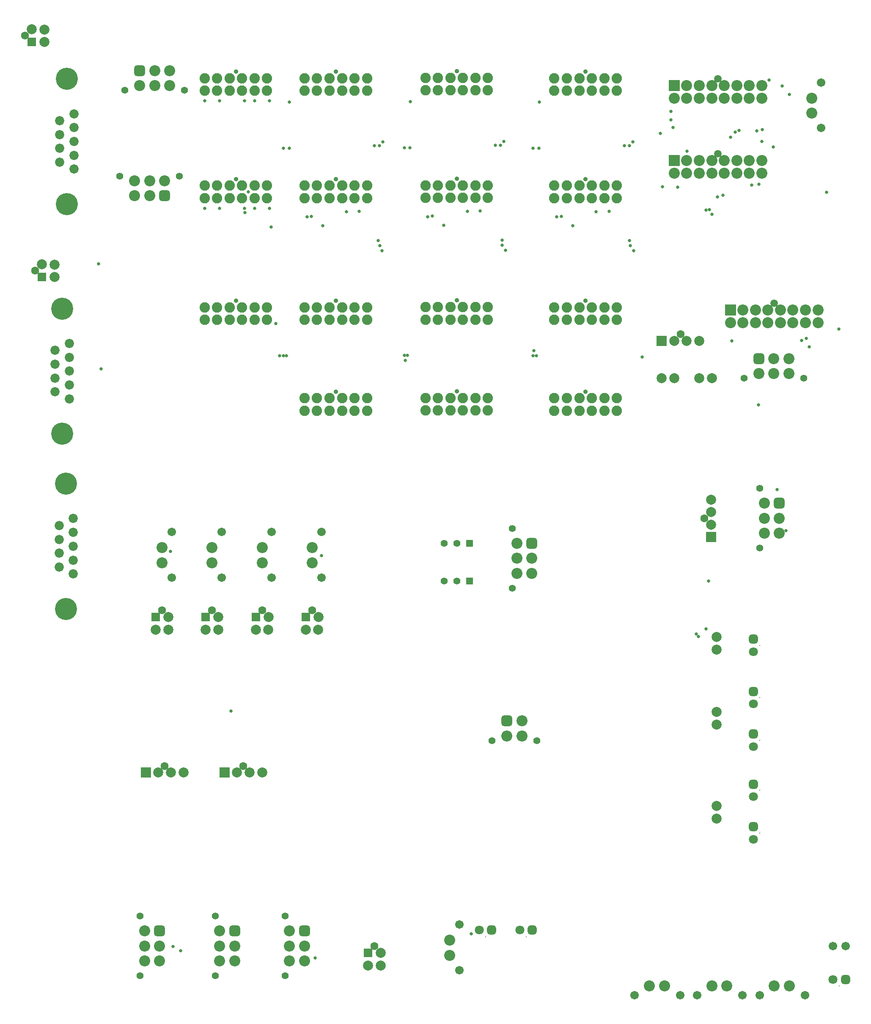
<source format=gbr>
G04*
G04 #@! TF.GenerationSoftware,Altium Limited,Altium Designer,24.1.2 (44)*
G04*
G04 Layer_Color=16711935*
%FSLAX44Y44*%
%MOMM*%
G71*
G04*
G04 #@! TF.SameCoordinates,70DEF323-38D4-4C79-B4EE-BD2FB1141571*
G04*
G04*
G04 #@! TF.FilePolarity,Negative*
G04*
G01*
G75*
%ADD14C,1.7032*%
%ADD15C,0.2032*%
%ADD16C,1.8032*%
G04:AMPARAMS|DCode=17|XSize=1.8032mm|YSize=1.8032mm|CornerRadius=0.5016mm|HoleSize=0mm|Usage=FLASHONLY|Rotation=270.000|XOffset=0mm|YOffset=0mm|HoleType=Round|Shape=RoundedRectangle|*
%AMROUNDEDRECTD17*
21,1,1.8032,0.8000,0,0,270.0*
21,1,0.8000,1.8032,0,0,270.0*
1,1,1.0032,-0.4000,-0.4000*
1,1,1.0032,-0.4000,0.4000*
1,1,1.0032,0.4000,0.4000*
1,1,1.0032,0.4000,-0.4000*
%
%ADD17ROUNDEDRECTD17*%
%ADD18C,1.5032*%
%ADD19C,2.2032*%
%ADD20R,2.2032X2.2032*%
G04:AMPARAMS|DCode=21|XSize=1.8032mm|YSize=1.8032mm|CornerRadius=0.5016mm|HoleSize=0mm|Usage=FLASHONLY|Rotation=180.000|XOffset=0mm|YOffset=0mm|HoleType=Round|Shape=RoundedRectangle|*
%AMROUNDEDRECTD21*
21,1,1.8032,0.8000,0,0,180.0*
21,1,0.8000,1.8032,0,0,180.0*
1,1,1.0032,-0.4000,0.4000*
1,1,1.0032,0.4000,0.4000*
1,1,1.0032,0.4000,-0.4000*
1,1,1.0032,-0.4000,-0.4000*
%
%ADD21ROUNDEDRECTD21*%
%ADD22C,2.0782*%
%ADD23C,0.8782*%
%ADD24C,1.4032*%
G04:AMPARAMS|DCode=25|XSize=2.2032mm|YSize=2.2032mm|CornerRadius=0.6016mm|HoleSize=0mm|Usage=FLASHONLY|Rotation=180.000|XOffset=0mm|YOffset=0mm|HoleType=Round|Shape=RoundedRectangle|*
%AMROUNDEDRECTD25*
21,1,2.2032,1.0000,0,0,180.0*
21,1,1.0000,2.2032,0,0,180.0*
1,1,1.2032,-0.5000,0.5000*
1,1,1.2032,0.5000,0.5000*
1,1,1.2032,0.5000,-0.5000*
1,1,1.2032,-0.5000,-0.5000*
%
%ADD25ROUNDEDRECTD25*%
%ADD26C,2.0032*%
%ADD27R,2.0032X2.0032*%
%ADD28C,1.6032*%
G04:AMPARAMS|DCode=29|XSize=2.2032mm|YSize=2.2032mm|CornerRadius=0.6016mm|HoleSize=0mm|Usage=FLASHONLY|Rotation=270.000|XOffset=0mm|YOffset=0mm|HoleType=Round|Shape=RoundedRectangle|*
%AMROUNDEDRECTD29*
21,1,2.2032,1.0000,0,0,270.0*
21,1,1.0000,2.2032,0,0,270.0*
1,1,1.2032,-0.5000,-0.5000*
1,1,1.2032,-0.5000,0.5000*
1,1,1.2032,0.5000,0.5000*
1,1,1.2032,0.5000,-0.5000*
%
%ADD29ROUNDEDRECTD29*%
%ADD30R,2.0032X2.0032*%
%ADD31R,1.8032X1.8032*%
%ADD32R,1.8032X1.8032*%
%ADD33R,1.4032X1.4032*%
%ADD34C,1.8382*%
%ADD35C,4.4192*%
%ADD36C,0.6532*%
D14*
X1732700Y120000D02*
D03*
X1707300D02*
D03*
X384000Y856720D02*
D03*
X384000Y947720D02*
D03*
X1310750Y21250D02*
D03*
X1401750Y21250D02*
D03*
X1435750Y21250D02*
D03*
X1526750Y21250D02*
D03*
X1560750Y21250D02*
D03*
X1651750Y21250D02*
D03*
X1684000Y1846500D02*
D03*
X1684000Y1755500D02*
D03*
X684000Y856720D02*
D03*
X684000Y947720D02*
D03*
X584000Y856720D02*
D03*
X584000Y947720D02*
D03*
X959840Y71870D02*
D03*
X959840Y162870D02*
D03*
X484000Y856720D02*
D03*
X484000Y947720D02*
D03*
D15*
X1560880Y345640D02*
D03*
X1093440Y138790D02*
D03*
X1720250Y40250D02*
D03*
X1560880Y531260D02*
D03*
Y720690D02*
D03*
Y430930D02*
D03*
Y616350D02*
D03*
X1012160Y138790D02*
D03*
D16*
X1547980Y333140D02*
D03*
X1080940Y151690D02*
D03*
X1707750Y53150D02*
D03*
X1547980Y518760D02*
D03*
Y708190D02*
D03*
Y418430D02*
D03*
Y603850D02*
D03*
X999660Y151690D02*
D03*
D17*
X1547980Y358140D02*
D03*
Y543760D02*
D03*
Y733190D02*
D03*
Y443430D02*
D03*
Y628850D02*
D03*
D18*
X1477500Y1703805D02*
D03*
X1590000Y1405000D02*
D03*
X1477500Y1853805D02*
D03*
D19*
X1440000Y1665000D02*
D03*
X1465000D02*
D03*
X1565000Y1690000D02*
D03*
X1440000D02*
D03*
X1415000D02*
D03*
Y1665000D02*
D03*
X1390000D02*
D03*
X1465000Y1690000D02*
D03*
X1490000Y1665000D02*
D03*
Y1690000D02*
D03*
X1515000Y1665000D02*
D03*
Y1690000D02*
D03*
X1540000Y1665000D02*
D03*
Y1690000D02*
D03*
X1565000Y1665000D02*
D03*
X365000Y886220D02*
D03*
Y916220D02*
D03*
X330000Y150000D02*
D03*
Y120000D02*
D03*
Y90000D02*
D03*
X360000Y120000D02*
D03*
Y90000D02*
D03*
X1619220Y1294130D02*
D03*
X1589220D02*
D03*
X1619220Y1264130D02*
D03*
X1589220D02*
D03*
X1559220D02*
D03*
X1552500Y1366195D02*
D03*
X1577500D02*
D03*
X1677500Y1391195D02*
D03*
X1552500D02*
D03*
X1527500D02*
D03*
Y1366195D02*
D03*
X1502500D02*
D03*
X1577500Y1391195D02*
D03*
X1602500Y1366195D02*
D03*
Y1391195D02*
D03*
X1627500Y1366195D02*
D03*
Y1391195D02*
D03*
X1652500Y1366195D02*
D03*
Y1391195D02*
D03*
X1677500Y1366195D02*
D03*
X1075000Y925000D02*
D03*
Y895000D02*
D03*
Y865000D02*
D03*
X1105000Y895000D02*
D03*
Y865000D02*
D03*
X1340250Y40250D02*
D03*
X1370250D02*
D03*
X1465250D02*
D03*
X1495250D02*
D03*
X1590250D02*
D03*
X1620250D02*
D03*
X1600000Y945000D02*
D03*
Y975000D02*
D03*
X1570000Y945000D02*
D03*
Y975000D02*
D03*
Y1005000D02*
D03*
X1440000Y1815000D02*
D03*
X1465000D02*
D03*
X1565000Y1840000D02*
D03*
X1440000D02*
D03*
X1415000D02*
D03*
Y1815000D02*
D03*
X1390000D02*
D03*
X1465000Y1840000D02*
D03*
X1490000Y1815000D02*
D03*
Y1840000D02*
D03*
X1515000Y1815000D02*
D03*
Y1840000D02*
D03*
X1540000Y1815000D02*
D03*
Y1840000D02*
D03*
X1565000Y1815000D02*
D03*
X1665000D02*
D03*
Y1785000D02*
D03*
X1085000Y540000D02*
D03*
Y570000D02*
D03*
X1055000Y540000D02*
D03*
X665000Y886220D02*
D03*
Y916220D02*
D03*
X565000Y886220D02*
D03*
Y916220D02*
D03*
X940840Y101370D02*
D03*
Y131370D02*
D03*
X320000Y1840000D02*
D03*
X350000D02*
D03*
X380000D02*
D03*
X350000Y1870000D02*
D03*
X380000D02*
D03*
X465000Y886220D02*
D03*
Y916220D02*
D03*
X370000Y1650000D02*
D03*
X340000D02*
D03*
X310000D02*
D03*
X340000Y1620000D02*
D03*
X310000D02*
D03*
X620000Y150000D02*
D03*
Y120000D02*
D03*
Y90000D02*
D03*
X650000Y120000D02*
D03*
Y90000D02*
D03*
X480000Y150000D02*
D03*
Y120000D02*
D03*
Y90000D02*
D03*
X510000Y120000D02*
D03*
Y90000D02*
D03*
D20*
X1390000Y1690000D02*
D03*
X1502500Y1391195D02*
D03*
X1390000Y1840000D02*
D03*
D21*
X1105940Y151690D02*
D03*
X1732750Y53150D02*
D03*
X1024660Y151690D02*
D03*
D22*
X575000Y1640000D02*
D03*
X550000D02*
D03*
X525000D02*
D03*
X500000D02*
D03*
X475000D02*
D03*
X450000D02*
D03*
X575000Y1615000D02*
D03*
X550000D02*
D03*
X525000D02*
D03*
X500000D02*
D03*
X475000D02*
D03*
X450000D02*
D03*
X892000Y1830750D02*
D03*
X917000D02*
D03*
X942000D02*
D03*
X967000D02*
D03*
X992000D02*
D03*
X1017000D02*
D03*
X892000Y1855750D02*
D03*
X917000D02*
D03*
X942000D02*
D03*
X967000D02*
D03*
X992000D02*
D03*
X1017000D02*
D03*
X1016958Y1397344D02*
D03*
X991958D02*
D03*
X966958D02*
D03*
X941958D02*
D03*
X916958D02*
D03*
X891958D02*
D03*
X1016958Y1372344D02*
D03*
X991958D02*
D03*
X966958D02*
D03*
X941958D02*
D03*
X916958D02*
D03*
X891958D02*
D03*
X1017000Y1640750D02*
D03*
X992000D02*
D03*
X967000D02*
D03*
X942000D02*
D03*
X917000D02*
D03*
X892000D02*
D03*
X1017000Y1615750D02*
D03*
X992000D02*
D03*
X967000D02*
D03*
X942000D02*
D03*
X917000D02*
D03*
X892000D02*
D03*
X1017000Y1215750D02*
D03*
X992000D02*
D03*
X967000D02*
D03*
X942000D02*
D03*
X917000D02*
D03*
X892000D02*
D03*
X1017000Y1190750D02*
D03*
X992000D02*
D03*
X967000D02*
D03*
X942000D02*
D03*
X917000D02*
D03*
X892000D02*
D03*
X650000Y1371600D02*
D03*
X675000D02*
D03*
X700000D02*
D03*
X725000D02*
D03*
X750000D02*
D03*
X775000D02*
D03*
X650000Y1396600D02*
D03*
X675000D02*
D03*
X700000D02*
D03*
X725000D02*
D03*
X750000D02*
D03*
X775000D02*
D03*
X575000Y1855000D02*
D03*
X550000D02*
D03*
X525000D02*
D03*
X500000D02*
D03*
X475000D02*
D03*
X450000D02*
D03*
X575000Y1830000D02*
D03*
X550000D02*
D03*
X525000D02*
D03*
X500000D02*
D03*
X475000D02*
D03*
X450000D02*
D03*
X775000Y1855000D02*
D03*
X750000D02*
D03*
X725000D02*
D03*
X700000D02*
D03*
X675000D02*
D03*
X650000D02*
D03*
X775000Y1830000D02*
D03*
X750000D02*
D03*
X725000D02*
D03*
X700000D02*
D03*
X675000D02*
D03*
X650000D02*
D03*
X1275000Y1855000D02*
D03*
X1250000D02*
D03*
X1225000D02*
D03*
X1200000D02*
D03*
X1175000D02*
D03*
X1150000D02*
D03*
X1275000Y1830000D02*
D03*
X1250000D02*
D03*
X1225000D02*
D03*
X1200000D02*
D03*
X1175000D02*
D03*
X1150000D02*
D03*
X650000Y1615000D02*
D03*
X675000D02*
D03*
X700000D02*
D03*
X725000D02*
D03*
X750000D02*
D03*
X775000D02*
D03*
X650000Y1640000D02*
D03*
X675000D02*
D03*
X700000D02*
D03*
X725000D02*
D03*
X750000D02*
D03*
X775000D02*
D03*
X1150000Y1190000D02*
D03*
X1175000D02*
D03*
X1200000D02*
D03*
X1225000D02*
D03*
X1250000D02*
D03*
X1275000D02*
D03*
X1150000Y1215000D02*
D03*
X1175000D02*
D03*
X1200000D02*
D03*
X1225000D02*
D03*
X1250000D02*
D03*
X1275000D02*
D03*
X450000Y1371600D02*
D03*
X475000D02*
D03*
X500000D02*
D03*
X525000D02*
D03*
X550000D02*
D03*
X575000D02*
D03*
X450000Y1396600D02*
D03*
X475000D02*
D03*
X500000D02*
D03*
X525000D02*
D03*
X550000D02*
D03*
X575000D02*
D03*
X1150000Y1615000D02*
D03*
X1175000D02*
D03*
X1200000D02*
D03*
X1225000D02*
D03*
X1250000D02*
D03*
X1275000D02*
D03*
X1150000Y1640000D02*
D03*
X1175000D02*
D03*
X1200000D02*
D03*
X1225000D02*
D03*
X1250000D02*
D03*
X1275000D02*
D03*
X1150000Y1371600D02*
D03*
X1175000D02*
D03*
X1200000D02*
D03*
X1225000D02*
D03*
X1250000D02*
D03*
X1275000D02*
D03*
X1150000Y1396600D02*
D03*
X1175000D02*
D03*
X1200000D02*
D03*
X1225000D02*
D03*
X1250000D02*
D03*
X1275000D02*
D03*
X650000Y1190000D02*
D03*
X675000D02*
D03*
X700000D02*
D03*
X725000D02*
D03*
X750000D02*
D03*
X775000D02*
D03*
X650000Y1215000D02*
D03*
X675000D02*
D03*
X700000D02*
D03*
X725000D02*
D03*
X750000D02*
D03*
X775000D02*
D03*
D23*
X512500Y1653400D02*
D03*
X954500Y1869150D02*
D03*
X954458Y1410744D02*
D03*
X954500Y1654150D02*
D03*
Y1229150D02*
D03*
X712500Y1410000D02*
D03*
X512500Y1868400D02*
D03*
X712500D02*
D03*
X1212500D02*
D03*
X712500Y1653400D02*
D03*
X1212500Y1228400D02*
D03*
X512500Y1410000D02*
D03*
X1212500Y1653400D02*
D03*
X1212500Y1410000D02*
D03*
X712500Y1228400D02*
D03*
D24*
X321110Y60310D02*
D03*
Y179690D02*
D03*
X1529530Y1255240D02*
D03*
X1648910D02*
D03*
X1066110Y835310D02*
D03*
Y954690D02*
D03*
X1561110Y1034690D02*
D03*
Y915310D02*
D03*
X1115000Y530600D02*
D03*
X1025000D02*
D03*
X409690Y1831110D02*
D03*
X290310D02*
D03*
X929600Y925000D02*
D03*
X955000D02*
D03*
X929600Y850000D02*
D03*
X955000D02*
D03*
X280310Y1658890D02*
D03*
X399690D02*
D03*
X611110Y60310D02*
D03*
Y179690D02*
D03*
X471110Y60310D02*
D03*
Y179690D02*
D03*
D25*
X360000Y150000D02*
D03*
X1105000Y925000D02*
D03*
X1600000Y1005000D02*
D03*
X650000Y150000D02*
D03*
X510000D02*
D03*
D26*
X357500Y466600D02*
D03*
X407500D02*
D03*
X382500D02*
D03*
X1390000Y1255000D02*
D03*
X1364600D02*
D03*
X1415000Y1330000D02*
D03*
X1440000D02*
D03*
X1390000D02*
D03*
X1465000Y1255000D02*
D03*
X1439600D02*
D03*
X1463400Y962500D02*
D03*
Y1012500D02*
D03*
Y987500D02*
D03*
X1475000Y400400D02*
D03*
Y375000D02*
D03*
X128970Y1927300D02*
D03*
Y1952300D02*
D03*
X103970Y1952700D02*
D03*
X540000Y466600D02*
D03*
X565000D02*
D03*
X515000D02*
D03*
X149485Y1457300D02*
D03*
Y1482300D02*
D03*
X124485Y1482700D02*
D03*
X677700Y777250D02*
D03*
X677300Y752250D02*
D03*
X652300D02*
D03*
X577700Y777250D02*
D03*
X577300Y752250D02*
D03*
X552300D02*
D03*
X1475000Y712300D02*
D03*
Y737700D02*
D03*
Y587700D02*
D03*
Y562300D02*
D03*
X802700Y106030D02*
D03*
X802300Y81030D02*
D03*
X777300D02*
D03*
X477700Y777250D02*
D03*
X477300Y752250D02*
D03*
X452300D02*
D03*
X377700Y777250D02*
D03*
X377300Y752250D02*
D03*
X352300D02*
D03*
D27*
X332500Y466600D02*
D03*
X1365000Y1330000D02*
D03*
X490000Y466600D02*
D03*
D28*
X370000Y480000D02*
D03*
X1402500Y1343400D02*
D03*
X1450000Y975000D02*
D03*
X90000Y1940000D02*
D03*
X527500Y480000D02*
D03*
X110515Y1470000D02*
D03*
X665000Y791220D02*
D03*
X565000D02*
D03*
X790000Y120000D02*
D03*
X465000Y791220D02*
D03*
X365000D02*
D03*
D29*
X1559220Y1294130D02*
D03*
X1055000Y570000D02*
D03*
X320000Y1870000D02*
D03*
X370000Y1620000D02*
D03*
D30*
X1463400Y937500D02*
D03*
D31*
X103970Y1927300D02*
D03*
X124485Y1457300D02*
D03*
D32*
X652300Y777250D02*
D03*
X552300D02*
D03*
X777300Y106030D02*
D03*
X452300Y777250D02*
D03*
X352300D02*
D03*
D33*
X980400Y925000D02*
D03*
Y850000D02*
D03*
D34*
X179300Y1269270D02*
D03*
Y1296970D02*
D03*
Y1324670D02*
D03*
Y1241570D02*
D03*
Y1213870D02*
D03*
X150900Y1310820D02*
D03*
Y1283120D02*
D03*
Y1255420D02*
D03*
Y1227720D02*
D03*
X187150Y919120D02*
D03*
Y946820D02*
D03*
Y974520D02*
D03*
Y891420D02*
D03*
Y863720D02*
D03*
X158750Y960670D02*
D03*
Y932970D02*
D03*
Y905270D02*
D03*
Y877570D02*
D03*
X188400Y1728450D02*
D03*
Y1756150D02*
D03*
Y1783850D02*
D03*
Y1700750D02*
D03*
Y1673050D02*
D03*
X160000Y1770000D02*
D03*
Y1742300D02*
D03*
Y1714600D02*
D03*
Y1686900D02*
D03*
D35*
X165100Y1394270D02*
D03*
Y1144270D02*
D03*
X172950Y1044120D02*
D03*
Y794120D02*
D03*
X174200Y1853450D02*
D03*
Y1603450D02*
D03*
D36*
X238111Y1483588D02*
D03*
X242865Y1273569D02*
D03*
X503148Y589675D02*
D03*
X1694500Y1626750D02*
D03*
X1719500Y1353750D02*
D03*
X1660500Y1317750D02*
D03*
X1565500Y1728750D02*
D03*
X1559500Y1643250D02*
D03*
X1545000Y1641250D02*
D03*
X1588500Y1717500D02*
D03*
X1433878Y743623D02*
D03*
X1438474Y739027D02*
D03*
X1458831Y849912D02*
D03*
X1453500Y753750D02*
D03*
X1558171Y1201712D02*
D03*
X851958Y1290744D02*
D03*
X856016Y1300895D02*
D03*
X1606000Y1839750D02*
D03*
X1620318Y1822139D02*
D03*
X1301750Y1519994D02*
D03*
X1300583Y1529994D02*
D03*
X1108708Y1310512D02*
D03*
X1045500Y1530744D02*
D03*
Y1520744D02*
D03*
X382000Y909178D02*
D03*
X1596141Y1032876D02*
D03*
X1613571Y950717D02*
D03*
X1309000Y1509994D02*
D03*
X530000Y1595000D02*
D03*
X530750Y1586500D02*
D03*
X592250Y1364500D02*
D03*
X583138Y1557670D02*
D03*
X537650Y1627275D02*
D03*
X1519198Y1750250D02*
D03*
X1511750Y1746750D02*
D03*
X1396951Y1637327D02*
D03*
X1366500Y1637500D02*
D03*
X1383209Y1771291D02*
D03*
X1387250Y1756500D02*
D03*
X1362250Y1744500D02*
D03*
X1453145Y1590895D02*
D03*
X1460136Y1591929D02*
D03*
X1566000Y1752250D02*
D03*
X1555000Y1750000D02*
D03*
X1579655Y1851155D02*
D03*
X1503000Y1737250D02*
D03*
X1382888Y1788640D02*
D03*
X1476230Y1617904D02*
D03*
X1465488Y1582500D02*
D03*
X1504912Y1329887D02*
D03*
X1415746Y1708750D02*
D03*
X1487502Y1620892D02*
D03*
X1645000Y1330500D02*
D03*
X1654250Y1335000D02*
D03*
X1325597Y1297195D02*
D03*
X386796Y118596D02*
D03*
X684250Y900250D02*
D03*
X402331Y110617D02*
D03*
X983750Y144250D02*
D03*
X671515Y95989D02*
D03*
X1119958Y1807494D02*
D03*
X1107458Y1714994D02*
D03*
X1119208D02*
D03*
X1113958Y1299994D02*
D03*
X1107458D02*
D03*
X1154735Y1577328D02*
D03*
X1299958Y1719994D02*
D03*
X1306729Y1727331D02*
D03*
X1289958Y1719994D02*
D03*
X1163702Y1578322D02*
D03*
X1186686Y1560053D02*
D03*
X1259520Y1588545D02*
D03*
X1233796Y1587729D02*
D03*
X861958Y1808244D02*
D03*
X849458Y1715744D02*
D03*
X861208D02*
D03*
X849458Y1300744D02*
D03*
X896736Y1578078D02*
D03*
X1051958Y1510744D02*
D03*
X1041958Y1720744D02*
D03*
X1048729Y1728081D02*
D03*
X1031958Y1720744D02*
D03*
X905702Y1579072D02*
D03*
X928686Y1560803D02*
D03*
X1001521Y1589295D02*
D03*
X975796Y1588479D02*
D03*
X805000Y1510000D02*
D03*
X797000Y1530000D02*
D03*
X620000Y1807500D02*
D03*
X607500Y1715000D02*
D03*
X619250D02*
D03*
X600000Y1300000D02*
D03*
X614000D02*
D03*
X607500D02*
D03*
X654777Y1577334D02*
D03*
X800000Y1720000D02*
D03*
X806770Y1727337D02*
D03*
X790000Y1720000D02*
D03*
X663744Y1578328D02*
D03*
X686728Y1560059D02*
D03*
X800625Y1520000D02*
D03*
X759562Y1588551D02*
D03*
X733838Y1587735D02*
D03*
X480000Y1595000D02*
D03*
X450000D02*
D03*
X550000D02*
D03*
X580000D02*
D03*
Y1810000D02*
D03*
X550000D02*
D03*
X530000D02*
D03*
X450000D02*
D03*
X480000D02*
D03*
M02*

</source>
